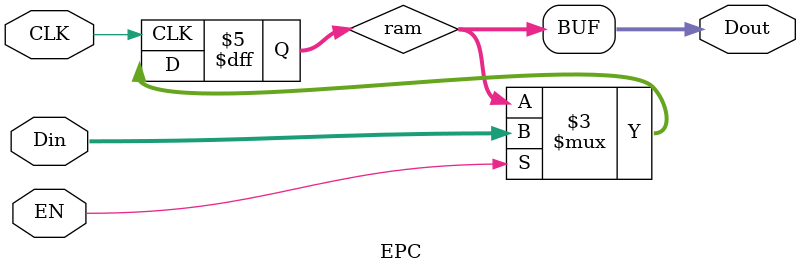
<source format=v>
module DFlipFlop(
    input CLK,   // Clock signal
    input RST,   // Reset signal
    input d,       // Data input signal
    output reg q        // Output signal
);

    always @(posedge CLK or posedge RST) begin
        if (RST) begin
            // Clear the output signal to zero when the reset signal is high
            q <= 1'b0;
        end 
        else begin
            // On the rising edge, pass the data input signal (d) to the output signal (q)
            q <= d;
        end
    end
endmodule

module Interrupter(
    input CLK,IR,uret,
    output interrupt,LED
);
    wire D1out,D2in;
    
    assign LED = interrupt | D1out;
    assign D2in = (~uret) & ( D1out | interrupt);
    
    DFlipFlop D1(.CLK(IR),.RST(interrupt),.d(1'b1),.q(D1out));
    DFlipFlop D2(.CLK(CLK),.RST(1'b0),.d(D2in),.q(interrupt)); 
endmodule

module PriorityEncoder(
    input [4:0] inputs,    // Five-bit input signals
    output [2:0] encoded,   // Priority-encoded output
    output interr
);
    // Use priority encoding logic
    assign encoded =(inputs[4] == 1) ? 3'b100 :
                    (inputs[3] == 1) ? 3'b011 :
                    (inputs[2] == 1) ? 3'b010 :
                    (inputs[1] == 1) ? 3'b001 :
                    (inputs[0] == 1) ? 3'b000 :
                    3'b111; // Default
    assign interr = ~(inputs == 5'b00000);
endmodule


module Scheduler(IRR1,IRR2,IRR3,IRR4,IRR5,interr,uret1,uret2,uret3,uret4,uret5,uret,interrEN,CLK,interrAddr);
    input IRR1,IRR2,IRR3,IRR4,IRR5;
    input interrEN,CLK,uret;
    output interr;
    output uret1,uret2,uret3,uret4,uret5;
    output [31:0]interrAddr;
    wire [2:0]choice,uret_choice;
    wire [4:0]urettmp;    

    PriorityEncoder P(.inputs({IRR5,IRR4,IRR3,IRR2,IRR1}),.interr(interr),.encoded(choice));
    //Interrupt handler Address
    mux8 mux(.out(interrAddr), .in0(32'h30ac),.in1(32'h3150),.in2(32'h31f4),.in3(32'h0),.in4(32'h0),.in5(32'h0),.in6(32'h0),.in7(32'h0),.sel(choice));
    register #(3) retReg(.CLK(CLK),.EN(interrEN),.Din(choice),.Dout(uret_choice),.RST(0));
    
    assign urettmp = (uret_choice == 3'b000) ? 5'b00001:
                     (uret_choice == 3'b001) ? 5'b00010:
                     (uret_choice == 3'b010) ? 5'b00100:
                     (uret_choice == 3'b011) ? 5'b01000:
                     (uret_choice == 3'b100) ? 5'b10000:
                     5'b00000;  //defualt
    assign uret1 = urettmp[0]&uret;
    assign uret2 = urettmp[1]&uret;
    assign uret3 = urettmp[2]&uret;
    assign uret4 = urettmp[3]&uret;
    assign uret5 = urettmp[4]&uret;
    
endmodule

module InterrEn(uret,CLK,interr,interrEN);
 input CLK,uret,interr;
 output interrEN;
 wire Din,Dout,EN;
 
 assign interrEN = (~Dout) & interr;
 assign Din = interrEN;
 assign EN = uret | interrEN;
 
 register #(1) IE(.CLK(CLK),.EN(EN),.Din(Din),.Dout(Dout),.RST(0));
endmodule 

// module EPC(EN,Din,Dout);
//     input EN;
//     input [31:0] Din;
//     output [31:0] Dout;
//     reg [31:0] ram;         // Register
//     initial ram = 0;         // Initialize the register to 0

//     always @(posedge EN) begin
//             ram <= Din;        // If enable signal is active, set register value to the input data
//         end
//     assign Dout = ram;     
// endmodule 
module EPC(CLK, EN, Din, Dout);
    input EN, CLK;
    input [31:0] Din;
    output [31:0] Dout;
    reg [31:0] ram;  // Register
    initial ram = 0;  
    always @(posedge CLK) begin
        if (EN) begin
            ram <= Din;  
        end
    end

    assign Dout = ram;     
endmodule

</source>
